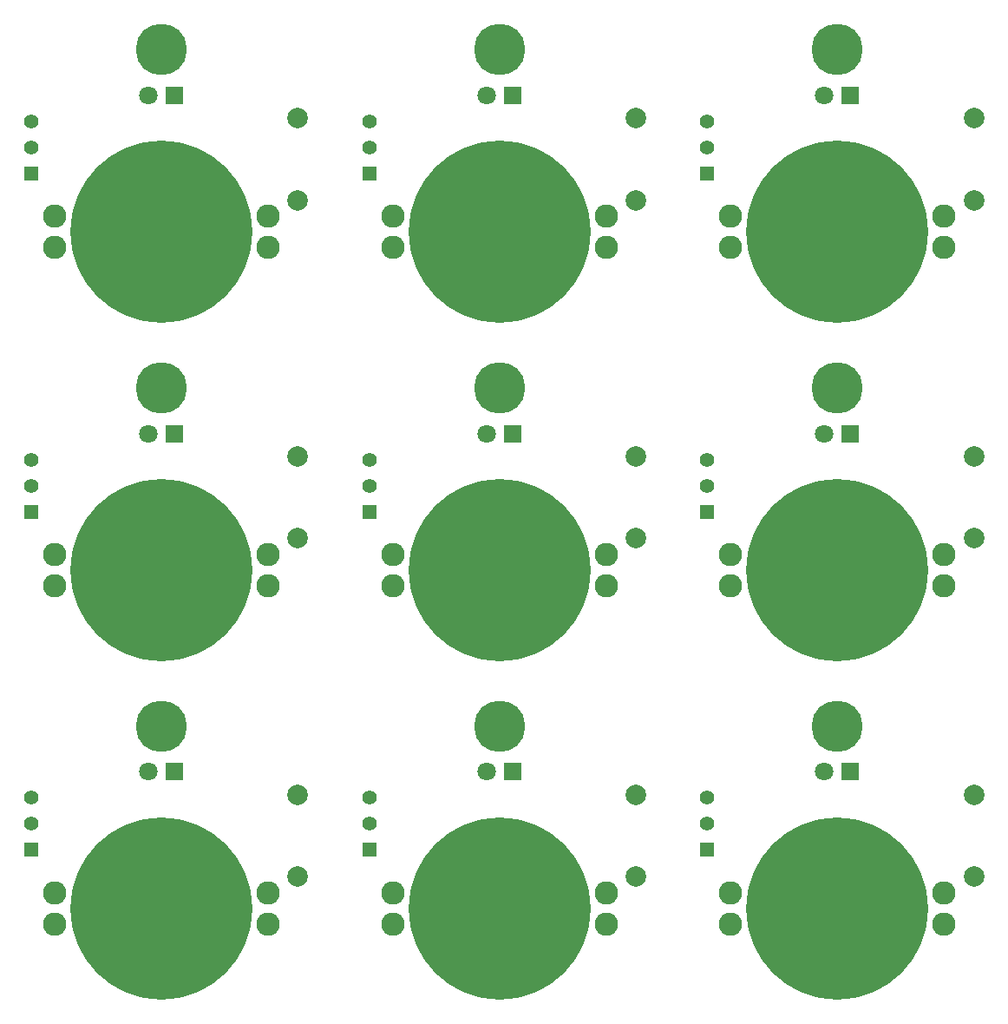
<source format=gbs>
%MOIN*%
%OFA0B0*%
%FSLAX46Y46*%
%IPPOS*%
%LPD*%
%ADD10C,0.0039370078740157488*%
%ADD11C,0.070866141732283464*%
%ADD12R,0.070866141732283464X0.070866141732283464*%
%ADD13C,0.0787*%
%ADD14C,0.19685039370078741*%
%ADD15C,0.090000000000000011*%
%ADD16C,0.70000000000000007*%
%ADD17R,0.055000000000000007X0.055000000000000007*%
%ADD18C,0.055000000000000007*%
%ADD29C,0.0039370078740157488*%
%ADD30C,0.070866141732283464*%
%ADD31R,0.070866141732283464X0.070866141732283464*%
%ADD32C,0.0787*%
%ADD33C,0.19685039370078741*%
%ADD34C,0.090000000000000011*%
%ADD35C,0.70000000000000007*%
%ADD36R,0.055000000000000007X0.055000000000000007*%
%ADD37C,0.055000000000000007*%
%ADD38C,0.0039370078740157488*%
%ADD39C,0.070866141732283464*%
%ADD40R,0.070866141732283464X0.070866141732283464*%
%ADD41C,0.0787*%
%ADD42C,0.19685039370078741*%
%ADD43C,0.090000000000000011*%
%ADD44C,0.70000000000000007*%
%ADD45R,0.055000000000000007X0.055000000000000007*%
%ADD46C,0.055000000000000007*%
%ADD47C,0.0039370078740157488*%
%ADD48C,0.070866141732283464*%
%ADD49R,0.070866141732283464X0.070866141732283464*%
%ADD50C,0.0787*%
%ADD51C,0.19685039370078741*%
%ADD52C,0.090000000000000011*%
%ADD53C,0.70000000000000007*%
%ADD54R,0.055000000000000007X0.055000000000000007*%
%ADD55C,0.055000000000000007*%
%ADD56C,0.0039370078740157488*%
%ADD57C,0.070866141732283464*%
%ADD58R,0.070866141732283464X0.070866141732283464*%
%ADD59C,0.0787*%
%ADD60C,0.19685039370078741*%
%ADD61C,0.090000000000000011*%
%ADD62C,0.70000000000000007*%
%ADD63R,0.055000000000000007X0.055000000000000007*%
%ADD64C,0.055000000000000007*%
%ADD65C,0.0039370078740157488*%
%ADD66C,0.070866141732283464*%
%ADD67R,0.070866141732283464X0.070866141732283464*%
%ADD68C,0.0787*%
%ADD69C,0.19685039370078741*%
%ADD70C,0.090000000000000011*%
%ADD71C,0.70000000000000007*%
%ADD72R,0.055000000000000007X0.055000000000000007*%
%ADD73C,0.055000000000000007*%
%ADD74C,0.0039370078740157488*%
%ADD75C,0.070866141732283464*%
%ADD76R,0.070866141732283464X0.070866141732283464*%
%ADD77C,0.0787*%
%ADD78C,0.19685039370078741*%
%ADD79C,0.090000000000000011*%
%ADD80C,0.70000000000000007*%
%ADD81R,0.055000000000000007X0.055000000000000007*%
%ADD82C,0.055000000000000007*%
%ADD83C,0.0039370078740157488*%
%ADD84C,0.070866141732283464*%
%ADD85R,0.070866141732283464X0.070866141732283464*%
%ADD86C,0.0787*%
%ADD87C,0.19685039370078741*%
%ADD88C,0.090000000000000011*%
%ADD89C,0.70000000000000007*%
%ADD90R,0.055000000000000007X0.055000000000000007*%
%ADD91C,0.055000000000000007*%
%ADD92C,0.0039370078740157488*%
%ADD93C,0.070866141732283464*%
%ADD94R,0.070866141732283464X0.070866141732283464*%
%ADD95C,0.0787*%
%ADD96C,0.19685039370078741*%
%ADD97C,0.090000000000000011*%
%ADD98C,0.70000000000000007*%
%ADD99R,0.055000000000000007X0.055000000000000007*%
%ADD100C,0.055000000000000007*%
G01*
D10*
D11*
X-0006300000Y0004050000D02*
X0000549999Y0000925000D03*
D12*
X0000649999Y0000925000D03*
D13*
X0001124999Y0000837480D03*
X0001124999Y0000522519D03*
D14*
X0000599999Y0001100000D03*
D15*
X0001009999Y0000340000D03*
X0000189999Y0000340000D03*
X0001009999Y0000460000D03*
X0000189999Y0000460000D03*
D16*
X0000599999Y0000400000D03*
D17*
X0000099999Y0000625000D03*
D18*
X0000099999Y0000725000D03*
X0000099999Y0000825000D03*
G04 next file*
G04 #@! TF.FileFunction,Soldermask,Bot*
G04 Gerber Fmt 4.6, Leading zero omitted, Abs format (unit mm)*
G04 Created by KiCad (PCBNEW 4.0.7) date 02/23/20 08:48:36*
G01*
G04 APERTURE LIST*
G04 APERTURE END LIST*
D29*
D30*
X-0006300000Y0005349212D02*
X0000549999Y0002224212D03*
D31*
X0000649999Y0002224212D03*
D32*
X0001124999Y0002136692D03*
X0001124999Y0001821732D03*
D33*
X0000599999Y0002399212D03*
D34*
X0001009999Y0001639212D03*
X0000189999Y0001639212D03*
X0001009999Y0001759212D03*
X0000189999Y0001759212D03*
D35*
X0000599999Y0001699212D03*
D36*
X0000099999Y0001924212D03*
D37*
X0000099999Y0002024212D03*
X0000099999Y0002124212D03*
G04 next file*
G04 #@! TF.FileFunction,Soldermask,Bot*
G04 Gerber Fmt 4.6, Leading zero omitted, Abs format (unit mm)*
G04 Created by KiCad (PCBNEW 4.0.7) date 02/23/20 08:48:36*
G01*
G04 APERTURE LIST*
G04 APERTURE END LIST*
D38*
D39*
X-0006300000Y0006648425D02*
X0000549999Y0003523425D03*
D40*
X0000649999Y0003523425D03*
D41*
X0001124999Y0003435905D03*
X0001124999Y0003120944D03*
D42*
X0000599999Y0003698425D03*
D43*
X0001009999Y0002938425D03*
X0000189999Y0002938425D03*
X0001009999Y0003058425D03*
X0000189999Y0003058425D03*
D44*
X0000599999Y0002998425D03*
D45*
X0000099999Y0003223425D03*
D46*
X0000099999Y0003323425D03*
X0000099999Y0003423425D03*
G04 next file*
G04 #@! TF.FileFunction,Soldermask,Bot*
G04 Gerber Fmt 4.6, Leading zero omitted, Abs format (unit mm)*
G04 Created by KiCad (PCBNEW 4.0.7) date 02/23/20 08:48:36*
G01*
G04 APERTURE LIST*
G04 APERTURE END LIST*
D47*
D48*
X-0005000787Y0004050000D02*
X0001849212Y0000925000D03*
D49*
X0001949212Y0000925000D03*
D50*
X0002424212Y0000837480D03*
X0002424212Y0000522519D03*
D51*
X0001899212Y0001100000D03*
D52*
X0002309212Y0000340000D03*
X0001489212Y0000340000D03*
X0002309212Y0000460000D03*
X0001489212Y0000460000D03*
D53*
X0001899212Y0000400000D03*
D54*
X0001399212Y0000625000D03*
D55*
X0001399212Y0000725000D03*
X0001399212Y0000825000D03*
G04 next file*
G04 #@! TF.FileFunction,Soldermask,Bot*
G04 Gerber Fmt 4.6, Leading zero omitted, Abs format (unit mm)*
G04 Created by KiCad (PCBNEW 4.0.7) date 02/23/20 08:48:36*
G01*
G04 APERTURE LIST*
G04 APERTURE END LIST*
D56*
D57*
X-0003701574Y0004050000D02*
X0003148425Y0000925000D03*
D58*
X0003248425Y0000925000D03*
D59*
X0003723425Y0000837480D03*
X0003723425Y0000522519D03*
D60*
X0003198425Y0001100000D03*
D61*
X0003608425Y0000340000D03*
X0002788425Y0000340000D03*
X0003608425Y0000460000D03*
X0002788425Y0000460000D03*
D62*
X0003198425Y0000400000D03*
D63*
X0002698425Y0000625000D03*
D64*
X0002698425Y0000725000D03*
X0002698425Y0000825000D03*
G04 next file*
G04 #@! TF.FileFunction,Soldermask,Bot*
G04 Gerber Fmt 4.6, Leading zero omitted, Abs format (unit mm)*
G04 Created by KiCad (PCBNEW 4.0.7) date 02/23/20 08:48:36*
G01*
G04 APERTURE LIST*
G04 APERTURE END LIST*
D65*
D66*
X-0005000787Y0005349212D02*
X0001849212Y0002224212D03*
D67*
X0001949212Y0002224212D03*
D68*
X0002424212Y0002136692D03*
X0002424212Y0001821732D03*
D69*
X0001899212Y0002399212D03*
D70*
X0002309212Y0001639212D03*
X0001489212Y0001639212D03*
X0002309212Y0001759212D03*
X0001489212Y0001759212D03*
D71*
X0001899212Y0001699212D03*
D72*
X0001399212Y0001924212D03*
D73*
X0001399212Y0002024212D03*
X0001399212Y0002124212D03*
G04 next file*
G04 #@! TF.FileFunction,Soldermask,Bot*
G04 Gerber Fmt 4.6, Leading zero omitted, Abs format (unit mm)*
G04 Created by KiCad (PCBNEW 4.0.7) date 02/23/20 08:48:36*
G01*
G04 APERTURE LIST*
G04 APERTURE END LIST*
D74*
D75*
X-0005000787Y0006648425D02*
X0001849212Y0003523425D03*
D76*
X0001949212Y0003523425D03*
D77*
X0002424212Y0003435905D03*
X0002424212Y0003120944D03*
D78*
X0001899212Y0003698425D03*
D79*
X0002309212Y0002938425D03*
X0001489212Y0002938425D03*
X0002309212Y0003058425D03*
X0001489212Y0003058425D03*
D80*
X0001899212Y0002998425D03*
D81*
X0001399212Y0003223425D03*
D82*
X0001399212Y0003323425D03*
X0001399212Y0003423425D03*
G04 next file*
G04 #@! TF.FileFunction,Soldermask,Bot*
G04 Gerber Fmt 4.6, Leading zero omitted, Abs format (unit mm)*
G04 Created by KiCad (PCBNEW 4.0.7) date 02/23/20 08:48:36*
G01*
G04 APERTURE LIST*
G04 APERTURE END LIST*
D83*
D84*
X-0003701574Y0005349212D02*
X0003148425Y0002224212D03*
D85*
X0003248425Y0002224212D03*
D86*
X0003723425Y0002136692D03*
X0003723425Y0001821732D03*
D87*
X0003198425Y0002399212D03*
D88*
X0003608425Y0001639212D03*
X0002788425Y0001639212D03*
X0003608425Y0001759212D03*
X0002788425Y0001759212D03*
D89*
X0003198425Y0001699212D03*
D90*
X0002698425Y0001924212D03*
D91*
X0002698425Y0002024212D03*
X0002698425Y0002124212D03*
G04 next file*
G04 #@! TF.FileFunction,Soldermask,Bot*
G04 Gerber Fmt 4.6, Leading zero omitted, Abs format (unit mm)*
G04 Created by KiCad (PCBNEW 4.0.7) date 02/23/20 08:48:36*
G01*
G04 APERTURE LIST*
G04 APERTURE END LIST*
D92*
D93*
X-0003701574Y0006648425D02*
X0003148425Y0003523425D03*
D94*
X0003248425Y0003523425D03*
D95*
X0003723425Y0003435905D03*
X0003723425Y0003120944D03*
D96*
X0003198425Y0003698425D03*
D97*
X0003608425Y0002938425D03*
X0002788425Y0002938425D03*
X0003608425Y0003058425D03*
X0002788425Y0003058425D03*
D98*
X0003198425Y0002998425D03*
D99*
X0002698425Y0003223425D03*
D100*
X0002698425Y0003323425D03*
X0002698425Y0003423425D03*
M02*
</source>
